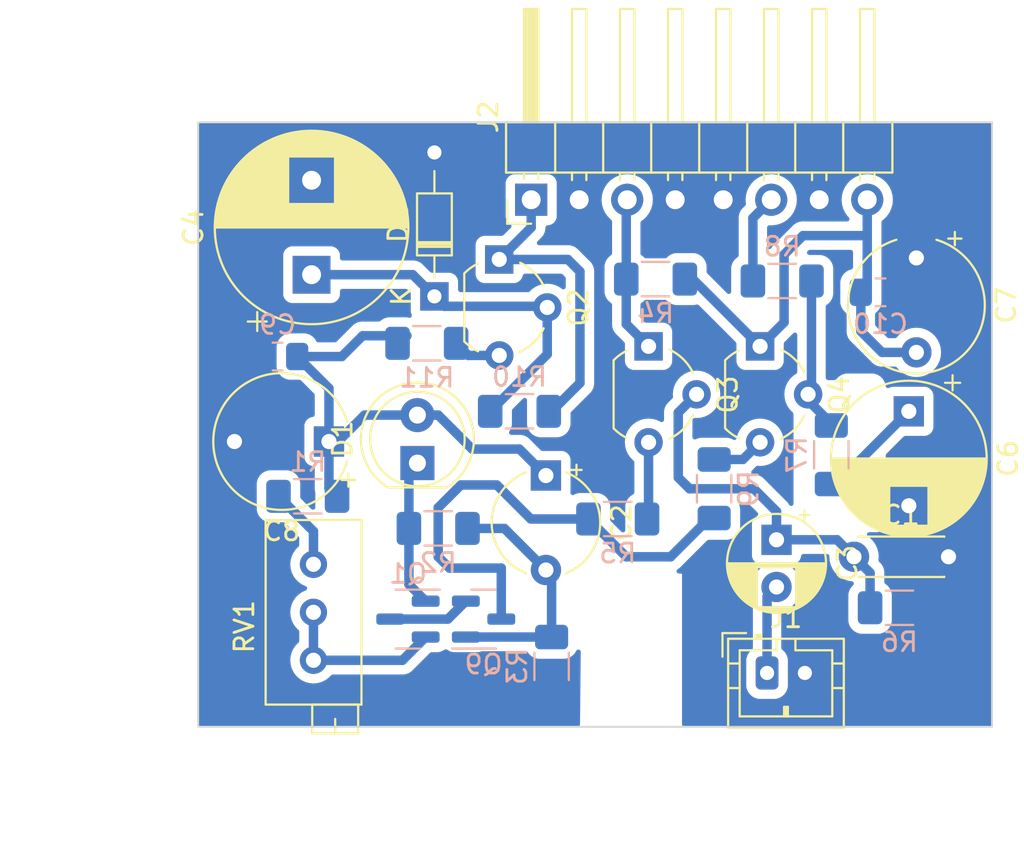
<source format=kicad_pcb>
(kicad_pcb (version 20221018) (generator pcbnew)
  (layers (0 "F.Cu" signal) (31 "B.Cu" signal) (34 "B.Paste" user) (35 "F.Paste" user) (36 "B.SilkS" user "B.Silkscreen") (37 "F.SilkS" user "F.Silkscreen") (38 "B.Mask" user) (39 "F.Mask" user) (44 "Edge.Cuts" user))
  (net 0 "")
  (net 1 "Net-(Q3-B)")
  (net 2 "GND")
  (net 3 "Net-(D1-A)")
  (net 4 "Net-(J1-Pin_1)")
  (net 5 "Net-(J2-Pin_8)")
  (net 6 "Net-(C6-Pad1)")
  (net 7 "Net-(D1-K)")
  (net 8 "Net-(J2-Pin_3)")
  (net 9 "Net-(J2-Pin_6)")
  (net 10 "Net-(Q1-C)")
  (net 11 "Net-(Q1-E)")
  (net 12 "Net-(Q4-B)")
  (net 13 "Net-(Q9-B)")
  (net 14 "Net-(Q2-E)")
  (net 15 "Net-(Q3-E)")
  (net 16 "Net-(D2-K)")
  (net 17 "Net-(J2-Pin_1)")
  (net 18 "Net-(Q4-E)")
  (net 19 "Net-(Q9-C)")
  (net 20 "Net-(R1-Pad2)")
  (footprint "Potentiometer_THT:Potentiometer_Bourns_3296X_Horizontal" (layer "F.Cu") (at 117.1 92.4 90)
    (fp_text reference "RV1" (at -3.3 -3.66 90) (layer "F.SilkS"))
    (fp_text value "1k")
    (pad "1" thru_hole circle (at 0 0 90) (size 1.44 1.44) (drill 0.8) (layers "*.Cu" "*.Mask") (net 20 "Net-(R1-Pad2)"))
    (pad "2" thru_hole circle (at -2.54 0 90) (size 1.44 1.44) (drill 0.8) (layers "*.Cu" "*.Mask") (net 11 "Net-(Q1-E)"))
    (pad "3" thru_hole circle (at -5.08 0 90) (size 1.44 1.44) (drill 0.8) (layers "*.Cu" "*.Mask") (net 11 "Net-(Q1-E)"))
  )
  (footprint "Connector_PinHeader_2.54mm:PinHeader_1x08_P2.54mm_Horizontal" (layer "F.Cu") (at 128.62 73.1 90)
    (fp_text reference "J2" (at 4.385 -2.27 90) (layer "F.SilkS"))
    (fp_text value "Conn_01x08")
    (pad "1" thru_hole rect (at 0 0 90) (size 1.7 1.7) (drill 1) (layers "*.Cu" "*.Mask") (net 17 "Net-(J2-Pin_1)"))
    (pad "2" thru_hole oval (at 0 2.54 90) (size 1.7 1.7) (drill 1) (layers "*.Cu" "*.Mask") (net 2 "GND"))
    (pad "3" thru_hole oval (at 0 5.08 90) (size 1.7 1.7) (drill 1) (layers "*.Cu" "*.Mask") (net 8 "Net-(J2-Pin_3)"))
    (pad "4" thru_hole oval (at 0 7.62 90) (size 1.7 1.7) (drill 1) (layers "*.Cu" "*.Mask") (net 2 "GND"))
    (pad "5" thru_hole oval (at 0 10.16 90) (size 1.7 1.7) (drill 1) (layers "*.Cu" "*.Mask") (net 2 "GND"))
    (pad "6" thru_hole oval (at 0 12.7 90) (size 1.7 1.7) (drill 1) (layers "*.Cu" "*.Mask") (net 9 "Net-(J2-Pin_6)"))
    (pad "7" thru_hole oval (at 0 15.24 90) (size 1.7 1.7) (drill 1) (layers "*.Cu" "*.Mask") (net 2 "GND"))
    (pad "8" thru_hole oval (at 0 17.78 90) (size 1.7 1.7) (drill 1) (layers "*.Cu" "*.Mask") (net 5 "Net-(J2-Pin_8)"))
  )
  (footprint "Package_TO_SOT_THT:TO-92_Wide" (layer "F.Cu") (at 126.93 76.26 -90)
    (fp_text reference "Q2" (at 2.55 -4.19 90) (layer "F.SilkS"))
    (fp_text value "BC237")
    (pad "1" thru_hole rect (at 0 0 270) (size 1.5 1.5) (drill 0.8) (layers "*.Cu" "*.Mask") (net 17 "Net-(J2-Pin_1)"))
    (pad "2" thru_hole circle (at 2.54 -2.54 270) (size 1.5 1.5) (drill 0.8) (layers "*.Cu" "*.Mask") (net 16 "Net-(D2-K)"))
    (pad "3" thru_hole circle (at 5.08 0 270) (size 1.5 1.5) (drill 0.8) (layers "*.Cu" "*.Mask") (net 14 "Net-(Q2-E)"))
  )
  (footprint "LED_THT:LED_D5.0mm" (layer "F.Cu") (at 122.6 87.04 90)
    (fp_text reference "D1" (at 1.27 -3.96 90) (layer "F.SilkS"))
    (fp_text value "LED_Small")
    (pad "1" thru_hole rect (at 0 0 90) (size 1.8 1.8) (drill 0.9) (layers "*.Cu" "*.Mask") (net 7 "Net-(D1-K)"))
    (pad "2" thru_hole circle (at 2.54 0 90) (size 1.8 1.8) (drill 0.9) (layers "*.Cu" "*.Mask") (net 3 "Net-(D1-A)"))
  )
  (footprint "Capacitor_THT:CP_Radial_D5.0mm_P2.50mm" (layer "F.Cu") (at 141.6 91.1 -90)
    (fp_text reference "C3" (at 1.25 -3.75 90) (layer "F.SilkS"))
    (fp_text value "2u2/16V")
    (pad "1" thru_hole rect (at 0 0 270) (size 1.6 1.6) (drill 0.8) (layers "*.Cu" "*.Mask") (net 1 "Net-(Q3-B)"))
    (pad "2" thru_hole circle (at 2.5 0 270) (size 1.6 1.6) (drill 0.8) (layers "*.Cu" "*.Mask") (net 4 "Net-(J1-Pin_1)"))
  )
  (footprint "Package_TO_SOT_THT:TO-92_Wide" (layer "F.Cu") (at 140.73 80.86 -90)
    (fp_text reference "Q4" (at 2.55 -4.19 90) (layer "F.SilkS"))
    (fp_text value "BC560C")
    (pad "1" thru_hole rect (at 0 0 270) (size 1.5 1.5) (drill 0.8) (layers "*.Cu" "*.Mask") (net 5 "Net-(J2-Pin_8)"))
    (pad "2" thru_hole circle (at 2.54 -2.54 270) (size 1.5 1.5) (drill 0.8) (layers "*.Cu" "*.Mask") (net 12 "Net-(Q4-B)"))
    (pad "3" thru_hole circle (at 5.08 0 270) (size 1.5 1.5) (drill 0.8) (layers "*.Cu" "*.Mask") (net 18 "Net-(Q4-E)"))
  )
  (footprint "Connector_JST:JST_PH_B2B-PH-K_1x02_P2.00mm_Vertical" (layer "F.Cu") (at 141.1 98.15)
    (fp_text reference "J1" (at 1 -2.9) (layer "F.SilkS"))
    (fp_text value "Conn_01x02")
    (pad "1" thru_hole roundrect (at 0 0) (size 1.2 1.75) (drill 0.75) (layers "*.Cu" "*.Mask") (roundrect_rratio 0.208333) (net 4 "Net-(J1-Pin_1)"))
    (pad "2" thru_hole oval (at 2 0) (size 1.2 1.75) (drill 0.75) (layers "*.Cu" "*.Mask") (net 2 "GND"))
  )
  (footprint "Capacitor_THT:CP_Radial_Tantal_D7.0mm_P5.00mm" (layer "F.Cu") (at 117.920139 85.9 180)
    (fp_text reference "C8" (at 2.5 -4.75) (layer "F.SilkS"))
    (fp_text value "47u/35V")
    (pad "1" thru_hole rect (at 0 0 180) (size 1.6 1.6) (drill 0.8) (layers "*.Cu" "*.Mask") (net 3 "Net-(D1-A)"))
    (pad "2" thru_hole circle (at 5 0 180) (size 1.6 1.6) (drill 0.8) (layers "*.Cu" "*.Mask") (net 2 "GND"))
  )
  (footprint "Capacitor_THT:CP_Radial_D10.0mm_P5.00mm" (layer "F.Cu") (at 117 77.067677 90)
    (fp_text reference "C4" (at 2.5 -6.25 90) (layer "F.SilkS"))
    (fp_text value "220u/35V")
    (pad "1" thru_hole rect (at 0 0 90) (size 2 2) (drill 1) (layers "*.Cu" "*.Mask") (net 16 "Net-(D2-K)"))
    (pad "2" thru_hole circle (at 5 0 90) (size 2 2) (drill 1) (layers "*.Cu" "*.Mask") (net 2 "GND"))
  )
  (footprint "Package_TO_SOT_THT:TO-92_Wide" (layer "F.Cu") (at 134.83 80.86 -90)
    (fp_text reference "Q3" (at 2.55 -4.19 90) (layer "F.SilkS"))
    (fp_text value "BC560C")
    (pad "1" thru_hole rect (at 0 0 270) (size 1.5 1.5) (drill 0.8) (layers "*.Cu" "*.Mask") (net 8 "Net-(J2-Pin_3)"))
    (pad "2" thru_hole circle (at 2.54 -2.54 270) (size 1.5 1.5) (drill 0.8) (layers "*.Cu" "*.Mask") (net 1 "Net-(Q3-B)"))
    (pad "3" thru_hole circle (at 5.08 0 270) (size 1.5 1.5) (drill 0.8) (layers "*.Cu" "*.Mask") (net 15 "Net-(Q3-E)"))
  )
  (footprint "Diode_THT:D_DO-34_SOD68_P7.62mm_Horizontal" (layer "F.Cu") (at 123.5 78.215 90)
    (fp_text reference "D2" (at 3.81 -1.92 90) (layer "F.SilkS"))
    (fp_text value "27V")
    (fp_text user "K" (at 0 -1.75 90) (layer "F.SilkS"))
    (pad "1" thru_hole rect (at 0 0 90) (size 1.5 1.5) (drill 0.75) (layers "*.Cu" "*.Mask") (net 16 "Net-(D2-K)"))
    (pad "2" thru_hole oval (at 7.62 0 90) (size 1.5 1.5) (drill 0.75) (layers "*.Cu" "*.Mask") (net 2 "GND"))
  )
  (footprint "Capacitor_THT:CP_Radial_D8.0mm_P5.00mm" (layer "F.Cu") (at 148.6 84.3 -90)
    (fp_text reference "C6" (at 2.5 -5.25 -90) (layer "F.SilkS"))
    (fp_text value "47u/25V")
    (pad "1" thru_hole rect (at 0 0 270) (size 1.6 1.6) (drill 0.8) (layers "*.Cu" "*.Mask") (net 6 "Net-(C6-Pad1)"))
    (pad "2" thru_hole circle (at 5 0 270) (size 1.6 1.6) (drill 0.8) (layers "*.Cu" "*.Mask") (net 2 "GND"))
  )
  (footprint "Capacitor_THT:CP_Radial_Tantal_D7.0mm_P5.00mm" (layer "F.Cu") (at 149 76.179862 -90)
    (fp_text reference "C7" (at 2.5 -4.75 90) (layer "F.SilkS"))
    (fp_text value "47u/35V")
    (pad "1" thru_hole rect (at 0 0 270) (size 1.6 1.6) (drill 0.8) (layers "*.Cu" "*.Mask") (net 2 "GND"))
    (pad "2" thru_hole circle (at 5 0 270) (size 1.6 1.6) (drill 0.8) (layers "*.Cu" "*.Mask") (net 5 "Net-(J2-Pin_8)"))
  )
  (footprint "Capacitor_THT:CP_Radial_Tantal_D5.5mm_P5.00mm" (layer "F.Cu") (at 129.4 87.7 -90)
    (fp_text reference "C2" (at 2.5 -4 90) (layer "F.SilkS"))
    (fp_text value "33u/25V")
    (pad "1" thru_hole rect (at 0 0 270) (size 1.6 1.6) (drill 0.8) (layers "*.Cu" "*.Mask") (net 3 "Net-(D1-A)"))
    (pad "2" thru_hole circle (at 5 0 270) (size 1.6 1.6) (drill 0.8) (layers "*.Cu" "*.Mask") (net 13 "Net-(Q9-B)"))
  )
  (footprint "Capacitor_THT:C_Disc_D4.3mm_W1.9mm_P5.00mm" (layer "F.Cu") (at 145.7 92)
    (fp_text reference "C1" (at 2.5 -2.2) (layer "F.SilkS"))
    (fp_text value "330p")
    (pad "1" thru_hole circle (at 0 0) (size 1.6 1.6) (drill 0.8) (layers "*.Cu" "*.Mask") (net 1 "Net-(Q3-B)"))
    (pad "2" thru_hole circle (at 5 0) (size 1.6 1.6) (drill 0.8) (layers "*.Cu" "*.Mask") (net 2 "GND"))
  )
  (footprint "Resistor_SMD:R_1206_3216Metric_Pad1.30x1.75mm_HandSolder" (layer "B.Cu") (at 148.1 94.7)
    (fp_text reference "R6" (at 0 1.82) (layer "B.SilkS") (effects (justify mirror)))
    (fp_text value "68k")
    (pad "1" smd roundrect (at -1.55 0) (size 1.3 1.75) (layers "B.Cu" "B.Paste" "B.Mask") (roundrect_rratio 0.192308) (net 1 "Net-(Q3-B)"))
    (pad "2" smd roundrect (at 1.55 0) (size 1.3 1.75) (layers "B.Cu" "B.Paste" "B.Mask") (roundrect_rratio 0.192308) (net 2 "GND"))
  )
  (footprint "Resistor_SMD:R_1206_3216Metric_Pad1.30x1.75mm_HandSolder" (layer "B.Cu") (at 138.3 88.4 90)
    (fp_text reference "R9" (at 0 1.82 90) (layer "B.SilkS") (effects (justify mirror)))
    (fp_text value "47")
    (pad "1" smd roundrect (at -1.55 0 90) (size 1.3 1.75) (layers "B.Cu" "B.Paste" "B.Mask") (roundrect_rratio 0.192308) (net 19 "Net-(Q9-C)"))
    (pad "2" smd roundrect (at 1.55 0 90) (size 1.3 1.75) (layers "B.Cu" "B.Paste" "B.Mask") (roundrect_rratio 0.192308) (net 18 "Net-(Q4-E)"))
  )
  (footprint "Resistor_SMD:R_1206_3216Metric_Pad1.30x1.75mm_HandSolder" (layer "B.Cu") (at 128 84.3 180)
    (fp_text reference "R10" (at 0 1.82) (layer "B.SilkS") (effects (justify mirror)))
    (fp_text value "390")
    (pad "1" smd roundrect (at -1.55 0 180) (size 1.3 1.75) (layers "B.Cu" "B.Paste" "B.Mask") (roundrect_rratio 0.192308) (net 17 "Net-(J2-Pin_1)"))
    (pad "2" smd roundrect (at 1.55 0 180) (size 1.3 1.75) (layers "B.Cu" "B.Paste" "B.Mask") (roundrect_rratio 0.192308) (net 16 "Net-(D2-K)"))
  )
  (footprint "Capacitor_SMD:C_0805_2012Metric_Pad1.18x1.45mm_HandSolder" (layer "B.Cu") (at 147.1 78)
    (fp_text reference "C10" (at 0 1.68) (layer "B.SilkS") (effects (justify mirror)))
    (fp_text value "100n")
    (pad "1" smd roundrect (at -1.0375 0) (size 1.175 1.45) (layers "B.Cu" "B.Paste" "B.Mask") (roundrect_rratio 0.212766) (net 5 "Net-(J2-Pin_8)"))
    (pad "2" smd roundrect (at 1.0375 0) (size 1.175 1.45) (layers "B.Cu" "B.Paste" "B.Mask") (roundrect_rratio 0.212766) (net 2 "GND"))
  )
  (footprint "Resistor_SMD:R_1206_3216Metric_Pad1.30x1.75mm_HandSolder" (layer "B.Cu") (at 123.1 80.7)
    (fp_text reference "R11" (at 0 1.82) (layer "B.SilkS") (effects (justify mirror)))
    (fp_text value "4.7")
    (pad "1" smd roundrect (at -1.55 0) (size 1.3 1.75) (layers "B.Cu" "B.Paste" "B.Mask") (roundrect_rratio 0.192308) (net 3 "Net-(D1-A)"))
    (pad "2" smd roundrect (at 1.55 0) (size 1.3 1.75) (layers "B.Cu" "B.Paste" "B.Mask") (roundrect_rratio 0.192308) (net 14 "Net-(Q2-E)"))
  )
  (footprint "Capacitor_SMD:C_0805_2012Metric_Pad1.18x1.45mm_HandSolder" (layer "B.Cu") (at 115.2 81.4 180)
    (fp_text reference "C9" (at 0 1.68) (layer "B.SilkS") (effects (justify mirror)))
    (fp_text value "100n")
    (pad "1" smd roundrect (at -1.0375 0 180) (size 1.175 1.45) (layers "B.Cu" "B.Paste" "B.Mask") (roundrect_rratio 0.212766) (net 3 "Net-(D1-A)"))
    (pad "2" smd roundrect (at 1.0375 0 180) (size 1.175 1.45) (layers "B.Cu" "B.Paste" "B.Mask") (roundrect_rratio 0.212766) (net 2 "GND"))
  )
  (footprint "Package_TO_SOT_SMD:SOT-23" (layer "B.Cu") (at 126.1 95.3)
    (fp_text reference "Q9" (at 0 2.4) (layer "B.SilkS") (effects (justify mirror)))
    (fp_text value "BC858")
    (pad "1" smd roundrect (at -0.9375 0.95) (size 1.475 0.6) (layers "B.Cu" "B.Paste" "B.Mask") (net 13 "Net-(Q9-B)"))
    (pad "2" smd roundrect (at -0.9375 -0.95) (size 1.475 0.6) (layers "B.Cu" "B.Paste" "B.Mask") (net 10 "Net-(Q1-C)"))
    (pad "3" smd roundrect (at 0.9375 0) (size 1.475 0.6) (layers "B.Cu" "B.Paste" "B.Mask") (net 19 "Net-(Q9-C)"))
  )
  (footprint "Resistor_SMD:R_1206_3216Metric_Pad1.30x1.75mm_HandSolder" (layer "B.Cu") (at 133.2 90)
    (fp_text reference "R5" (at 0 1.82) (layer "B.SilkS") (effects (justify mirror)))
    (fp_text value "47")
    (pad "1" smd roundrect (at -1.55 0) (size 1.3 1.75) (layers "B.Cu" "B.Paste" "B.Mask") (roundrect_rratio 0.192308) (net 19 "Net-(Q9-C)"))
    (pad "2" smd roundrect (at 1.55 0) (size 1.3 1.75) (layers "B.Cu" "B.Paste" "B.Mask") (roundrect_rratio 0.192308) (net 15 "Net-(Q3-E)"))
  )
  (footprint "Resistor_SMD:R_1206_3216Metric_Pad1.30x1.75mm_HandSolder" (layer "B.Cu") (at 123.7 90.5)
    (fp_text reference "R2" (at 0 1.82) (layer "B.SilkS") (effects (justify mirror)))
    (fp_text value "470")
    (pad "1" smd roundrect (at -1.55 0) (size 1.3 1.75) (layers "B.Cu" "B.Paste" "B.Mask") (roundrect_rratio 0.192308) (net 7 "Net-(D1-K)"))
    (pad "2" smd roundrect (at 1.55 0) (size 1.3 1.75) (layers "B.Cu" "B.Paste" "B.Mask") (roundrect_rratio 0.192308) (net 13 "Net-(Q9-B)"))
  )
  (footprint "Resistor_SMD:R_1206_3216Metric_Pad1.30x1.75mm_HandSolder" (layer "B.Cu") (at 129.7 97.8 -90)
    (fp_text reference "R3" (at 0 1.82 90) (layer "B.SilkS") (effects (justify mirror)))
    (fp_text value "10k")
    (pad "1" smd roundrect (at -1.55 0 270) (size 1.3 1.75) (layers "B.Cu" "B.Paste" "B.Mask") (roundrect_rratio 0.192308) (net 13 "Net-(Q9-B)"))
    (pad "2" smd roundrect (at 1.55 0 270) (size 1.3 1.75) (layers "B.Cu" "B.Paste" "B.Mask") (roundrect_rratio 0.192308) (net 2 "GND"))
  )
  (footprint "Resistor_SMD:R_1206_3216Metric_Pad1.30x1.75mm_HandSolder" (layer "B.Cu") (at 144.5 86.6 -90)
    (fp_text reference "R7" (at 0 1.82 90) (layer "B.SilkS") (effects (justify mirror)))
    (fp_text value "1k2")
    (pad "1" smd roundrect (at -1.55 0 270) (size 1.3 1.75) (layers "B.Cu" "B.Paste" "B.Mask") (roundrect_rratio 0.192308) (net 12 "Net-(Q4-B)"))
    (pad "2" smd roundrect (at 1.55 0 270) (size 1.3 1.75) (layers "B.Cu" "B.Paste" "B.Mask") (roundrect_rratio 0.192308) (net 6 "Net-(C6-Pad1)"))
  )
  (footprint "Resistor_SMD:R_1206_3216Metric_Pad1.30x1.75mm_HandSolder" (layer "B.Cu") (at 141.9 77.4 180)
    (fp_text reference "R8" (at 0 1.82) (layer "B.SilkS") (effects (justify mirror)))
    (fp_text value "68k")
    (pad "1" smd roundrect (at -1.55 0 180) (size 1.3 1.75) (layers "B.Cu" "B.Paste" "B.Mask") (roundrect_rratio 0.192308) (net 12 "Net-(Q4-B)"))
    (pad "2" smd roundrect (at 1.55 0 180) (size 1.3 1.75) (layers "B.Cu" "B.Paste" "B.Mask") (roundrect_rratio 0.192308) (net 9 "Net-(J2-Pin_6)"))
  )
  (footprint "Resistor_SMD:R_1206_3216Metric_Pad1.30x1.75mm_HandSolder" (layer "B.Cu") (at 135.2 77.3)
    (fp_text reference "R4" (at 0 1.82) (layer "B.SilkS") (effects (justify mirror)))
    (fp_text value "560")
    (pad "1" smd roundrect (at -1.55 0) (size 1.3 1.75) (layers "B.Cu" "B.Paste" "B.Mask") (roundrect_rratio 0.192308) (net 8 "Net-(J2-Pin_3)"))
    (pad "2" smd roundrect (at 1.55 0) (size 1.3 1.75) (layers "B.Cu" "B.Paste" "B.Mask") (roundrect_rratio 0.192308) (net 5 "Net-(J2-Pin_8)"))
  )
  (footprint "Resistor_SMD:R_1206_3216Metric_Pad1.30x1.75mm_HandSolder" (layer "B.Cu") (at 116.8 88.8 180)
    (fp_text reference "R1" (at 0 1.82) (layer "B.SilkS") (effects (justify mirror)))
    (fp_text value "510")
    (pad "1" smd roundrect (at -1.55 0 180) (size 1.3 1.75) (layers "B.Cu" "B.Paste" "B.Mask") (roundrect_rratio 0.192308) (net 3 "Net-(D1-A)"))
    (pad "2" smd roundrect (at 1.55 0 180) (size 1.3 1.75) (layers "B.Cu" "B.Paste" "B.Mask") (roundrect_rratio 0.192308) (net 20 "Net-(R1-Pad2)"))
  )
  (footprint "Package_TO_SOT_SMD:SOT-23" (layer "B.Cu") (at 122.1 95.3 180)
    (fp_text reference "Q1" (at 0 2.4) (layer "B.SilkS") (effects (justify mirror)))
    (fp_text value "BC858")
    (pad "1" smd roundrect (at -0.9375 0.95 180) (size 1.475 0.6) (layers "B.Cu" "B.Paste" "B.Mask") (net 7 "Net-(D1-K)"))
    (pad "2" smd roundrect (at -0.9375 -0.95 180) (size 1.475 0.6) (layers "B.Cu" "B.Paste" "B.Mask") (net 11 "Net-(Q1-E)"))
    (pad "3" smd roundrect (at 0.9375 0 180) (size 1.475 0.6) (layers "B.Cu" "B.Paste" "B.Mask") (net 10 "Net-(Q1-C)"))
  )
  (gr_rect (start 111 69) (end 153 101) (stroke (width 0.1)) (fill none) (layer "Edge.Cuts"))
  (segment (start 136.4 87.8) (end 137 88.4) (width 0.5) (layer "B.Cu") (net 1))
  (segment (start 136.4 84.37) (end 136.4 87.8) (width 0.5) (layer "B.Cu") (net 1))
  (segment (start 146.55 92.85) (end 145.7 92) (width 0.5) (layer "B.Cu") (net 1))
  (segment (start 137.37 83.4) (end 136.4 84.37) (width 0.5) (layer "B.Cu") (net 1))
  (segment (start 141.6 89.6) (end 141.6 91.1) (width 0.5) (layer "B.Cu") (net 1))
  (segment (start 137 88.4) (end 140.4 88.4) (width 0.5) (layer "B.Cu") (net 1))
  (segment (start 146.55 94.7) (end 146.55 92.85) (width 0.5) (layer "B.Cu") (net 1))
  (segment (start 141.6 91.1) (end 144.8 91.1) (width 0.5) (layer "B.Cu") (net 1))
  (segment (start 140.4 88.4) (end 141.6 89.6) (width 0.5) (layer "B.Cu") (net 1))
  (segment (start 144.8 91.1) (end 145.7 92) (width 0.5) (layer "B.Cu") (net 1))
  (segment (start 118.6 81.4) (end 119.7 80.3) (width 0.5) (layer "B.Cu") (net 3))
  (segment (start 119.8 84.5) (end 123.7 84.5) (width 0.5) (layer "B.Cu") (net 3))
  (segment (start 125.5 86.3) (end 128 86.3) (width 0.5) (layer "B.Cu") (net 3))
  (segment (start 117.920139 85.9) (end 117.920139 88.370139) (width 0.5) (layer "B.Cu") (net 3))
  (segment (start 117.920139 86.379861) (end 117.920139 83.082639) (width 0.5) (layer "B.Cu") (net 3))
  (segment (start 116.2375 81.4) (end 118.6 81.4) (width 0.5) (layer "B.Cu") (net 3))
  (segment (start 117.920139 83.082639) (end 116.2375 81.4) (width 0.5) (layer "B.Cu") (net 3))
  (segment (start 118.35 85.95) (end 119.8 84.5) (width 0.5) (layer "B.Cu") (net 3))
  (segment (start 117.920139 88.370139) (end 118.35 88.8) (width 0.5) (layer "B.Cu") (net 3))
  (segment (start 117.920139 85.9) (end 118.220139 86.2) (width 0.5) (layer "B.Cu") (net 3))
  (segment (start 128 86.3) (end 129.4 87.7) (width 0.5) (layer "B.Cu") (net 3))
  (segment (start 123.7 84.5) (end 125.5 86.3) (width 0.5) (layer "B.Cu") (net 3))
  (segment (start 119.7 80.3) (end 122.05 80.3) (width 0.5) (layer "B.Cu") (net 3))
  (segment (start 141.1 98.15) (end 141.1 94.1) (width 0.5) (layer "B.Cu") (net 4))
  (segment (start 141.1 94.1) (end 141.6 93.6) (width 0.5) (layer "B.Cu") (net 4))
  (segment (start 142 76) (end 142 79.59) (width 0.5) (layer "B.Cu") (net 5))
  (segment (start 143 75) (end 142 76) (width 0.5) (layer "B.Cu") (net 5))
  (segment (start 146.0625 78) (end 146.0625 80.0625) (width 0.5) (layer "B.Cu") (net 5))
  (segment (start 146.4 73.1) (end 146.4 75) (width 0.5) (layer "B.Cu") (net 5))
  (segment (start 146.0625 80.0625) (end 147.179862 81.179862) (width 0.5) (layer "B.Cu") (net 5))
  (segment (start 146.4 77.6625) (end 146.0625 78) (width 0.5) (layer "B.Cu") (net 5))
  (segment (start 142 79.59) (end 140.73 80.86) (width 0.5) (layer "B.Cu") (net 5))
  (segment (start 137.17 77.3) (end 140.73 80.86) (width 0.5) (layer "B.Cu") (net 5))
  (segment (start 136.75 77.3) (end 137.17 77.3) (width 0.5) (layer "B.Cu") (net 5))
  (segment (start 146.4 75) (end 143 75) (width 0.5) (layer "B.Cu") (net 5))
  (segment (start 147.179862 81.179862) (end 149 81.179862) (width 0.5) (layer "B.Cu") (net 5))
  (segment (start 146.4 75) (end 146.4 77.6625) (width 0.5) (layer "B.Cu") (net 5))
  (segment (start 144.75 88.15) (end 148.6 84.3) (width 0.5) (layer "B.Cu") (net 6))
  (segment (start 144.5 88.15) (end 144.75 88.15) (width 0.5) (layer "B.Cu") (net 6))
  (segment (start 122.15 87.49) (end 122.6 87.04) (width 0.5) (layer "B.Cu") (net 7))
  (segment (start 122.15 90.5) (end 122.15 93.4625) (width 0.5) (layer "B.Cu") (net 7))
  (segment (start 122.15 90.5) (end 122.15 87.49) (width 0.5) (layer "B.Cu") (net 7))
  (segment (start 122.15 93.4625) (end 123.0375 94.35) (width 0.5) (layer "B.Cu") (net 7))
  (segment (start 133.65 77.3) (end 133.65 73.15) (width 0.5) (layer "B.Cu") (net 8))
  (segment (start 133.65 79.68) (end 134.83 80.86) (width 0.5) (layer "B.Cu") (net 8))
  (segment (start 133.65 77.3) (end 133.65 79.68) (width 0.5) (layer "B.Cu") (net 8))
  (segment (start 133.65 73.15) (end 133.7 73.1) (width 0.5) (layer "B.Cu") (net 8))
  (segment (start 140.35 77.4) (end 140.35 74.07) (width 0.5) (layer "B.Cu") (net 9))
  (segment (start 140.35 74.07) (end 141.32 73.1) (width 0.5) (layer "B.Cu") (net 9))
  (segment (start 124.2125 95.3) (end 125.1625 94.35) (width 0.5) (layer "B.Cu") (net 10))
  (segment (start 121.1625 95.3) (end 124.2125 95.3) (width 0.5) (layer "B.Cu") (net 10))
  (segment (start 121.8075 97.48) (end 123.0375 96.25) (width 0.5) (layer "B.Cu") (net 11))
  (segment (start 117.1 97.48) (end 117.1 94.94) (width 0.5) (layer "B.Cu") (net 11))
  (segment (start 117.1 97.48) (end 121.8075 97.48) (width 0.5) (layer "B.Cu") (net 11))
  (segment (start 143.45 83.22) (end 143.27 83.4) (width 0.5) (layer "B.Cu") (net 12))
  (segment (start 143.27 83.72) (end 144.5 84.95) (width 0.5) (layer "B.Cu") (net 12))
  (segment (start 143.45 77.4) (end 143.45 83.22) (width 0.5) (layer "B.Cu") (net 12))
  (segment (start 143.27 83.4) (end 143.27 83.72) (width 0.5) (layer "B.Cu") (net 12))
  (segment (start 129.7 96.25) (end 129.7 93) (width 0.5) (layer "B.Cu") (net 13))
  (segment (start 127.2 90.5) (end 129.4 92.7) (width 0.5) (layer "B.Cu") (net 13))
  (segment (start 125.25 90.5) (end 127.2 90.5) (width 0.5) (layer "B.Cu") (net 13))
  (segment (start 129.7 93) (end 129.4 92.7) (width 0.5) (layer "B.Cu") (net 13))
  (segment (start 125.1625 96.25) (end 129.7 96.25) (width 0.5) (layer "B.Cu") (net 13))
  (segment (start 124.65 80.7) (end 125.29 81.34) (width 0.5) (layer "B.Cu") (net 14))
  (segment (start 125.29 81.34) (end 126.93 81.34) (width 0.5) (layer "B.Cu") (net 14))
  (segment (start 134.75 90) (end 134.83 89.92) (width 0.5) (layer "B.Cu") (net 15))
  (segment (start 134.83 89.92) (end 134.83 85.94) (width 0.5) (layer "B.Cu") (net 15))
  (segment (start 117 77.067677) (end 122.352677 77.067677) (width 0.5) (layer "B.Cu") (net 16))
  (segment (start 122.352677 77.067677) (end 124.025 78.74) (width 0.5) (layer "B.Cu") (net 16))
  (segment (start 124.025 78.74) (end 129.41 78.74) (width 0.5) (layer "B.Cu") (net 16))
  (segment (start 129.41 78.74) (end 129.47 78.8) (width 0.5) (layer "B.Cu") (net 16))
  (segment (start 129.47 81.28) (end 126.45 84.3) (width 0.5) (layer "B.Cu") (net 16))
  (segment (start 129.47 78.8) (end 129.47 81.28) (width 0.5) (layer "B.Cu") (net 16))
  (segment (start 131.2 76.9) (end 130.56 76.26) (width 0.5) (layer "B.Cu") (net 17))
  (segment (start 129.7 84.3) (end 131.2 82.8) (width 0.5) (layer "B.Cu") (net 17))
  (segment (start 131.2 82.8) (end 131.2 76.9) (width 0.5) (layer "B.Cu") (net 17))
  (segment (start 128.62 73.1) (end 128.62 74.57) (width 0.5) (layer "B.Cu") (net 17))
  (segment (start 130.56 76.26) (end 126.93 76.26) (width 0.5) (layer "B.Cu") (net 17))
  (segment (start 129.55 84.3) (end 129.7 84.3) (width 0.5) (layer "B.Cu") (net 17))
  (segment (start 128.62 74.57) (end 126.93 76.26) (width 0.5) (layer "B.Cu") (net 17))
  (segment (start 138.3 86.85) (end 139.82 86.85) (width 0.5) (layer "B.Cu") (net 18))
  (segment (start 139.82 86.85) (end 140.73 85.94) (width 0.5) (layer "B.Cu") (net 18))
  (segment (start 123.7 92) (end 123.7 89.4) (width 0.5) (layer "B.Cu") (net 19))
  (segment (start 124.9 88.2) (end 126.8 88.2) (width 0.5) (layer "B.Cu") (net 19))
  (segment (start 126.8 88.2) (end 128.6 90) (width 0.5) (layer "B.Cu") (net 19))
  (segment (start 127.0375 92.6) (end 124.3 92.6) (width 0.5) (layer "B.Cu") (net 19))
  (segment (start 127.0375 95.3) (end 127.0375 92.6) (width 0.5) (layer "B.Cu") (net 19))
  (segment (start 128.6 90) (end 131.65 90) (width 0.5) (layer "B.Cu") (net 19))
  (segment (start 123.7 89.4) (end 124.9 88.2) (width 0.5) (layer "B.Cu") (net 19))
  (segment (start 124.3 92.6) (end 123.7 92) (width 0.5) (layer "B.Cu") (net 19))
  (segment (start 131.55 89.9) (end 133.65 92) (width 0.5) (layer "B.Cu") (net 19))
  (segment (start 133.65 92) (end 136 92) (width 0.5) (layer "B.Cu") (net 19))
  (segment (start 136 92) (end 138.05 89.95) (width 0.5) (layer "B.Cu") (net 19))
  (segment (start 138.05 89.95) (end 138.3 89.95) (width 0.5) (layer "B.Cu") (net 19))
  (segment (start 117.1 90.65) (end 115.25 88.8) (width 0.5) (layer "B.Cu") (net 20))
  (segment (start 117.1 92.4) (end 117.1 90.65) (width 0.5) (layer "B.Cu") (net 20))
  (zone (net 0) (net_name "") (layer "B.Cu") (connect_pads yes (clearance 0)) (min_thickness 0.25)
    (keepout (tracks not_allowed) (vias not_allowed) (pads not_allowed) (copperpour not_allowed) (footprints allowed))
    (fill (thermal_gap 0.5) (thermal_bridge_width 0.5) (smoothing chamfer))
    (polygon (pts (xy 134.5 76.2) (xy 135.9 76.2) (xy 135.9 78.4) (xy 134.5 78.4)))
  )
  (zone (net 0) (net_name "") (layer "B.Cu") (connect_pads yes (clearance 0)) (min_thickness 0.25)
    (keepout (tracks allowed) (vias allowed) (pads allowed) (copperpour not_allowed) (footprints allowed))
    (fill (thermal_gap 0.5) (thermal_bridge_width 0.5) (smoothing chamfer))
    (polygon (pts (xy 142.5 84.4) (xy 147 84.4) (xy 147 90.7) (xy 142.7 90.7) (xy 142.5 90)))
  )
  (zone (net 0) (net_name "") (layer "B.Cu") (connect_pads yes (clearance 0)) (min_thickness 0.25)
    (keepout (tracks not_allowed) (vias not_allowed) (pads not_allowed) (copperpour not_allowed) (footprints allowed))
    (fill (thermal_gap 0.5) (thermal_bridge_width 0.5) (smoothing chamfer))
    (polygon (pts (xy 131.3 91.4) (xy 133.8 92.7) (xy 136.6 92.9) (xy 136.6 101.1) (xy 131.2 101.1)))
  )
  (zone (net 2) (net_name "GND") (layer "B.Cu") (connect_pads yes (clearance 0.5)) (min_thickness 0.25) (fill yes (thermal_gap 0.5) (thermal_bridge_width 0.5) (smoothing chamfer))
    (polygon (pts (xy 110.1 68.1) (xy 154.6 68.1) (xy 154.6 102.1) (xy 110 102.1)))
  )
)
</source>
